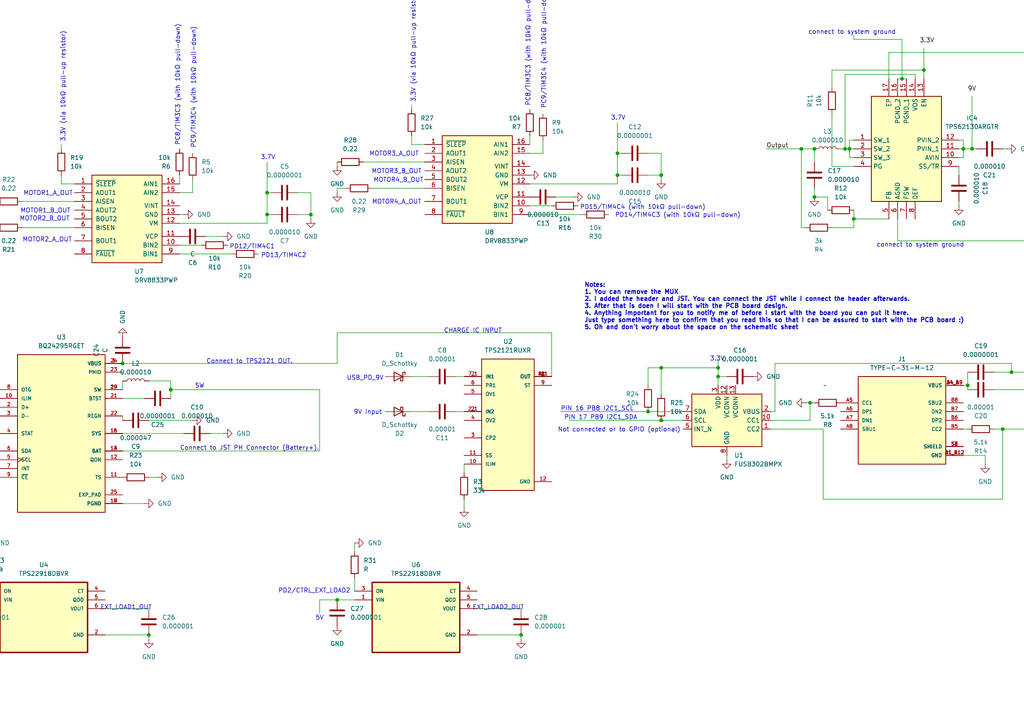
<source format=kicad_sch>
(kicad_sch (version 20250114) (generator "eeschema") (generator_version "9.0")
  (paper "A4")
  (text "MOTOR3_B_OUT" (at 115.062 49.784 0) (effects (font (size 1.27 1.27))))
  (text "Notes:\n1. You can remove the MUX\n2. I added the header and JST. You can connect the JST while I connect the header afterwards.\n3. After that is doen I will start with the PCB board design.\n4. Anything important for you to notify me of before I start with the board you can put it here.\nJust type something here to confirm that you read this so that I can be assured to start with the PCB board :)\n5. Oh and don't worry about the space on the schematic sheet" (at 169.418 88.9 0) (effects (font (size 1.27 1.27) (thickness 0.254) (bold yes)) (justify left)))
  (text "3.7V\n" (at 179.324 34.29 0) (effects (font (size 1.27 1.27))))
  (text "3.3V\n" (at 208.026 104.14 0) (effects (font (size 1.27 1.27))))
  (text " PC8/TIM3C3 (with 10kΩ pull-down)" (at 51.562 25.146 90) (effects (font (size 1.27 1.27))))
  (text "MOTOR2_B_OUT" (at 12.954 63.5 0) (effects (font (size 1.27 1.27))))
  (text "USB_PD_9V\n" (at 105.918 109.728 0) (effects (font (size 1.27 1.27))))
  (text "3.3V (via 10kΩ pull-up resistor)" (at 18.288 25.146 90) (effects (font (size 1.27 1.27))))
  (text "SPDT switch" (at 105.41 -55.118 0) (effects (font (size 1.27 1.27))))
  (text "MOTOR3_A_OUT" (at 114.3 44.704 0) (effects (font (size 1.27 1.27))))
  (text " PD2/CTRL_EXT_LOAD2" (at 90.678 171.45 0) (effects (font (size 1.27 1.27))))
  (text "MOTOR4_A_OUT" (at 115.062 58.674 0) (effects (font (size 1.27 1.27))))
  (text "PC9/TIM3C4 (with 10kΩ pull-down)" (at 157.734 13.97 90) (effects (font (size 1.27 1.27))))
  (text "PIN 17 PB9 I2C1_SDA" (at 174.244 121.158 0) (effects (font (size 1.27 1.27))))
  (text "3V3 Output circuit" (at 242.824 -56.134 0) (effects (font (size 1.27 1.27))))
  (text "9V input\n" (at 106.68 119.634 0) (effects (font (size 1.27 1.27))))
  (text "PD14/TIM4C3 (with 10kΩ pull-down)" (at 196.596 62.484 0) (effects (font (size 1.27 1.27))))
  (text "MOTOR2_A_OUT" (at 13.716 69.596 0) (effects (font (size 1.27 1.27))))
  (text "PIN 16 PB8 I2C1_SCL" (at 173.228 118.618 0) (effects (font (size 1.27 1.27))))
  (text "3.7V\n" (at 77.724 45.72 0) (effects (font (size 1.27 1.27))))
  (text "5V Output circuit" (at 166.624 -58.166 0) (effects (font (size 1.27 1.27))))
  (text "5V\n\n" (at -15.24 180.34 0) (effects (font (size 1.27 1.27))))
  (text "MOTOR1_B_OUT" (at 13.208 61.214 0) (effects (font (size 1.27 1.27))))
  (text "PD13/TIM4C2\n" (at 82.296 74.168 0) (effects (font (size 1.27 1.27))))
  (text "MOTOR4_B_OUT" (at 115.57 52.324 0) (effects (font (size 1.27 1.27))))
  (text "PD15/TIM4C4 (with 10kΩ pull-down)" (at 186.436 60.198 0) (effects (font (size 1.27 1.27))))
  (text "PB8 (I2C1_SCL)" (at -8.128 133.858 0) (effects (font (size 1.27 1.27))))
  (text "connect to system ground\n" (at 247.142 9.398 0) (effects (font (size 1.27 1.27))))
  (text "Connect to JST PH Connector (Battery+)." (at 72.39 130.048 0) (effects (font (size 1.27 1.27))))
  (text " PC8/TIM3C3 (with 10kΩ pull-down)" (at 153.162 13.716 90) (effects (font (size 1.27 1.27))))
  (text "Not connected or to GPIO (optional)" (at 179.578 124.714 0) (effects (font (size 1.27 1.27))))
  (text "PD12/TIM4C1" (at 73.152 71.628 0) (effects (font (size 1.27 1.27))))
  (text "Order of circuits:\n1. INA219\n2. Switch\n3. Voltage outputs in parallel" (at 56.388 -55.88 0) (effects (font (size 1.27 1.27)) (justify left)))
  (text "EXT_LOAD2_OUT" (at 144.526 176.276 0) (effects (font (size 1.27 1.27))))
  (text "INA219" (at 46.228 -54.356 0) (effects (font (size 1.27 1.27))))
  (text " MOTOR1_A_OUT" (at 13.462 56.134 0) (effects (font (size 1.27 1.27))))
  (text "EXT_LOAD1_OUT\n" (at 36.576 176.276 0) (effects (font (size 1.27 1.27))))
  (text "CHARGE IC INPUT\n" (at 137.16 96.012 0) (effects (font (size 1.27 1.27))))
  (text "Connect to 3.3 V to always enable charging" (at -22.352 138.938 0) (effects (font (size 1.27 1.27))))
  (text "SW \n" (at 58.42 112.014 0) (effects (font (size 1.27 1.27))))
  (text "PB9 (I2C1_SDA)" (at -8.128 130.81 0) (effects (font (size 1.27 1.27))))
  (text "PC9/TIM3C4 (with 10kΩ pull-down)" (at 56.134 25.4 90) (effects (font (size 1.27 1.27))))
  (text "connect to system ground\n" (at 266.954 71.12 0) (effects (font (size 1.27 1.27))))
  (text "PD11/CTRL_EXT_LOAD1" (at -17.272 171.45 0) (effects (font (size 1.27 1.27))))
  (text "5V\n\n" (at 92.71 180.34 0) (effects (font (size 1.27 1.27))))
  (text "3.3V (via 10kΩ pull-up resistor)" (at 119.888 13.716 90) (effects (font (size 1.27 1.27))))
  (text "Connect to TPS2121 OUT.​" (at 72.39 104.902 0) (effects (font (size 1.27 1.27))))
  (junction (at 33.02 -34.29))
  (junction (at 191.77 50.8))
  (junction (at 24.13 -45.72))
  (junction (at 35.56 105.41))
  (junction (at 245.11 43.18))
  (junction (at 290.83 124.46))
  (junction (at 236.22 57.15))
  (junction (at 91.44 -36.83))
  (junction (at 33.02 -41.91))
  (junction (at 261.62 22.86))
  (junction (at 236.22 43.18))
  (junction (at -10.16 173.99))
  (junction (at 267.97 -41.91))
  (junction (at 179.07 50.8))
  (junction (at 179.07 44.45))
  (junction (at 24.13 -35.56))
  (junction (at 307.34 124.46))
  (junction (at 182.88 -44.45))
  (junction (at 279.4 43.18))
  (junction (at 247.65 63.5))
  (junction (at 60.96 -39.37))
  (junction (at 43.18 184.15))
  (junction (at 219.71 -44.45))
  (junction (at 273.05 -41.91))
  (junction (at 137.16 -44.45))
  (junction (at 90.17 62.23))
  (junction (at 151.13 184.15))
  (junction (at 246.38 43.18))
  (junction (at 49.53 113.03))
  (junction (at 77.47 62.23))
  (junction (at 232.41 43.18))
  (junction (at 208.28 106.68))
  (junction (at 191.77 -44.45))
  (junction (at 215.9 -44.45))
  (junction (at 97.79 173.99))
  (junction (at 307.34 113.03))
  (junction (at 208.28 109.22))
  (junction (at 191.77 106.68))
  (junction (at 280.67 111.76))
  (junction (at 281.94 43.18))
  (junction (at 185.42 -44.45))
  (junction (at 293.37 107.95))
  (junction (at 137.16 -46.99))
  (junction (at 267.97 20.32))
  (junction (at 191.77 121.92))
  (junction (at 264.16 -41.91))
  (junction (at 77.47 55.88))
  (junction (at 138.43 -46.99))
  (junction (at 234.95 116.84))
  (junction (at 187.96 -44.45))
  (junction (at 187.96 119.38))
  (wire (pts (xy 137.16 -33.02) (xy 137.16 -29.21)))
  (wire (pts (xy 210.82 132.08) (xy 210.82 133.35)))
  (wire (pts (xy 264.16 -33.02) (xy 264.16 -31.75)))
  (wire (pts (xy 273.05 -45.72) (xy 273.05 -41.91)))
  (wire (pts (xy 236.22 57.15) (xy 240.03 57.15)))
  (wire (pts (xy 245.11 43.18) (xy 246.38 43.18)))
  (wire (pts (xy 233.68 66.04) (xy 232.41 66.04)))
  (wire (pts (xy 30.48 -45.72) (xy 30.48 -41.91)))
  (wire (pts (xy 119.38 39.37) (xy 119.38 41.91)))
  (wire (pts (xy -5.08 173.99) (xy -10.16 173.99)))
  (wire (pts (xy 151.13 176.53) (xy 138.43 176.53)))
  (wire (pts (xy 182.88 -44.45) (xy 182.88 -41.91)))
  (wire (pts (xy 59.69 -39.37) (xy 60.96 -39.37)))
  (wire (pts (xy 241.3 25.4) (xy 241.3 20.32)))
  (wire (pts (xy 59.69 -36.83) (xy 63.5 -36.83)))
  (wire (pts (xy 52.07 71.12) (xy 58.42 71.12)))
  (wire (pts (xy -2.54 66.04) (xy -1.27 66.04)))
  (wire (pts (xy 17.78 41.91) (xy 17.78 43.18)))
  (wire (pts (xy 279.4 124.46) (xy 280.67 124.46)))
  (wire (pts (xy 182.88 -41.91) (xy 180.34 -41.91)))
  (wire (pts (xy 137.16 -44.45) (xy 139.7 -44.45)))
  (wire (pts (xy 153.67 62.23) (xy 168.91 62.23)))
  (wire (pts (xy 281.94 27.94) (xy 281.94 43.18)))
  (wire (pts (xy 246.38 43.18) (xy 246.38 45.72)))
  (wire (pts (xy 288.29 107.95) (xy 293.37 107.95)))
  (wire (pts (xy 91.44 -36.83) (xy 91.44 -35.56)))
  (wire (pts (xy 6.35 58.42) (xy 21.59 58.42)))
  (wire (pts (xy 97.79 54.61) (xy 100.33 54.61)))
  (wire (pts (xy 91.44 -27.94) (xy 91.44 -26.67)))
  (wire (pts (xy 77.47 62.23) (xy 78.74 62.23)))
  (wire (pts (xy 87.63 -40.64) (xy 93.98 -40.64)))
  (wire (pts (xy 191.77 114.3) (xy 191.77 106.68)))
  (wire (pts (xy 179.07 35.56) (xy 179.07 44.45)))
  (wire (pts (xy 247.65 48.26) (xy 241.3 48.26)))
  (wire (pts (xy -3.81 58.42) (xy -3.81 59.69)))
  (wire (pts (xy 35.56 121.92) (xy 35.56 120.65)))
  (wire (pts (xy 97.79 105.41) (xy 97.79 96.52)))
  (wire (pts (xy 24.13 -35.56) (xy 30.48 -35.56)))
  (wire (pts (xy 134.62 147.32) (xy 134.62 144.78)))
  (wire (pts (xy 215.9 -34.29) (xy 215.9 -31.75)))
  (wire (pts (xy 187.96 50.8) (xy 191.77 50.8)))
  (wire (pts (xy 77.47 62.23) (xy 77.47 64.77)))
  (wire (pts (xy 24.13 -36.83) (xy 24.13 -35.56)))
  (wire (pts (xy -15.24 173.99) (xy -15.24 177.8)))
  (wire (pts (xy 49.53 110.49) (xy 49.53 113.03)))
  (wire (pts (xy 187.96 -44.45) (xy 191.77 -44.45)))
  (wire (pts (xy 208.28 104.14) (xy 208.28 106.68)))
  (wire (pts (xy 187.96 111.76) (xy 187.96 106.68)))
  (wire (pts (xy 102.87 157.48) (xy 102.87 160.02)))
  (wire (pts (xy 165.1 -26.67) (xy 165.1 -25.4)))
  (wire (pts (xy 153.67 39.37) (xy 153.67 41.91)))
  (wire (pts (xy 187.96 106.68) (xy 191.77 106.68)))
  (wire (pts (xy 41.91 115.57) (xy 35.56 115.57)))
  (wire (pts (xy 246.38 40.64) (xy 246.38 43.18)))
  (wire (pts (xy 90.17 62.23) (xy 90.17 63.5)))
  (wire (pts (xy 191.77 50.8) (xy 191.77 52.07)))
  (wire (pts (xy 283.21 43.18) (xy 281.94 43.18)))
  (wire (pts (xy 24.13 -45.72) (xy 24.13 -44.45)))
  (wire (pts (xy 288.29 113.03) (xy 307.34 113.03)))
  (wire (pts (xy 220.98 -41.91) (xy 220.98 -31.75)))
  (wire (pts (xy 105.41 46.99) (xy 123.19 46.99)))
  (wire (pts (xy 97.79 46.99) (xy 97.79 48.26)))
  (wire (pts (xy 137.16 -46.99) (xy 138.43 -46.99)))
  (wire (pts (xy -3.81 113.03) (xy 0 113.03)))
  (wire (pts (xy 265.43 22.86) (xy 265.43 21.59)))
  (wire (pts (xy 35.56 125.73) (xy 53.34 125.73)))
  (wire (pts (xy 41.91 146.05) (xy 35.56 146.05)))
  (wire (pts (xy 247.65 11.43) (xy 261.62 11.43)))
  (wire (pts (xy 185.42 -44.45) (xy 187.96 -44.45)))
  (wire (pts (xy 86.36 -36.83) (xy 91.44 -36.83)))
  (wire (pts (xy 257.81 15.24) (xy 297.18 15.24)))
  (wire (pts (xy 241.3 66.04) (xy 247.65 66.04)))
  (wire (pts (xy 278.13 50.8) (xy 278.13 48.26)))
  (wire (pts (xy 134.62 -46.99) (xy 137.16 -46.99)))
  (wire (pts (xy 53.34 62.23) (xy 52.07 62.23)))
  (wire (pts (xy 222.25 43.18) (xy 232.41 43.18)))
  (wire (pts (xy 280.67 107.95) (xy 280.67 111.76)))
  (wire (pts (xy 59.69 68.58) (xy 64.77 68.58)))
  (wire (pts (xy 223.52 121.92) (xy 234.95 121.92)))
  (wire (pts (xy 77.47 55.88) (xy 77.47 62.23)))
  (wire (pts (xy 92.71 113.03) (xy 92.71 130.81)))
  (wire (pts (xy 223.52 -39.37) (xy 219.71 -39.37)))
  (wire (pts (xy 261.62 -41.91) (xy 264.16 -41.91)))
  (wire (pts (xy 223.52 119.38) (xy 224.79 119.38)))
  (wire (pts (xy -5.08 167.64) (xy -5.08 171.45)))
  (wire (pts (xy 187.96 119.38) (xy 198.12 119.38)))
  (wire (pts (xy 20.32 -35.56) (xy 24.13 -35.56)))
  (wire (pts (xy 233.68 116.84) (xy 234.95 116.84)))
  (wire (pts (xy 91.44 -38.1) (xy 91.44 -36.83)))
  (wire (pts (xy 265.43 21.59) (xy 245.11 21.59)))
  (wire (pts (xy 280.67 113.03) (xy 280.67 111.76)))
  (wire (pts (xy 219.71 -39.37) (xy 219.71 -44.45)))
  (wire (pts (xy 236.22 54.61) (xy 236.22 57.15)))
  (wire (pts (xy 240.03 60.96) (xy 240.03 57.15)))
  (wire (pts (xy 264.16 -41.91) (xy 267.97 -41.91)))
  (wire (pts (xy 307.34 107.95) (xy 307.34 113.03)))
  (wire (pts (xy 97.79 54.61) (xy 97.79 55.88)))
  (wire (pts (xy 234.95 121.92) (xy 234.95 116.84)))
  (wire (pts (xy 90.17 55.88) (xy 90.17 62.23)))
  (wire (pts (xy 234.95 116.84) (xy 236.22 116.84)))
  (wire (pts (xy 137.16 -44.45) (xy 137.16 -46.99)))
  (wire (pts (xy 279.4 45.72) (xy 279.4 43.18)))
  (wire (pts (xy 191.77 44.45) (xy 187.96 44.45)))
  (wire (pts (xy 161.29 57.15) (xy 166.37 57.15)))
  (wire (pts (xy 90.17 55.88) (xy 86.36 55.88)))
  (wire (pts (xy 307.34 124.46) (xy 307.34 129.54)))
  (wire (pts (xy 60.96 -39.37) (xy 60.96 -27.94)))
  (wire (pts (xy 77.47 46.99) (xy 77.47 55.88)))
  (wire (pts (xy -8.89 125.73) (xy 0 125.73)))
  (wire (pts (xy 179.07 44.45) (xy 179.07 50.8)))
  (wire (pts (xy 6.35 66.04) (xy 21.59 66.04)))
  (wire (pts (xy 247.65 43.18) (xy 246.38 43.18)))
  (wire (pts (xy 33.02 -41.91) (xy 34.29 -41.91)))
  (wire (pts (xy 191.77 44.45) (xy 191.77 50.8)))
  (wire (pts (xy 52.07 64.77) (xy 77.47 64.77)))
  (wire (pts (xy 232.41 43.18) (xy 232.41 66.04)))
  (wire (pts (xy 119.38 30.48) (xy 119.38 31.75)))
  (wire (pts (xy 92.71 130.81) (xy 35.56 130.81)))
  (wire (pts (xy 107.95 54.61) (xy 123.19 54.61)))
  (wire (pts (xy 267.97 20.32) (xy 267.97 22.86)))
  (wire (pts (xy 60.96 -27.94) (xy 33.02 -27.94)))
  (wire (pts (xy 91.44 -43.18) (xy 91.44 -46.99)))
  (wire (pts (xy 267.97 -41.91) (xy 273.05 -41.91)))
  (wire (pts (xy 224.79 105.41) (xy 224.79 119.38)))
  (wire (pts (xy 241.3 48.26) (xy 241.3 33.02)))
  (wire (pts (xy 307.34 113.03) (xy 307.34 124.46)))
  (wire (pts (xy 33.02 -34.29) (xy 34.29 -34.29)))
  (wire (pts (xy 246.38 45.72) (xy 247.65 45.72)))
  (wire (pts (xy 297.18 69.85) (xy 260.35 69.85)))
  (wire (pts (xy 247.65 60.96) (xy 247.65 63.5)))
  (wire (pts (xy 257.81 22.86) (xy 257.81 15.24)))
  (wire (pts (xy 60.96 -41.91) (xy 60.96 -39.37)))
  (wire (pts (xy 35.56 110.49) (xy 35.56 113.03)))
  (wire (pts (xy -10.16 173.99) (xy -15.24 173.99)))
  (wire (pts (xy 132.08 119.38) (xy 134.62 119.38)))
  (wire (pts (xy 30.48 -39.37) (xy 34.29 -39.37)))
  (wire (pts (xy 151.13 184.15) (xy 151.13 185.42)))
  (wire (pts (xy 185.42 -30.48) (xy 185.42 -25.4)))
  (wire (pts (xy 24.13 -49.53) (xy 24.13 -45.72)))
  (wire (pts (xy 64.77 125.73) (xy 60.96 125.73)))
  (wire (pts (xy 92.71 173.99) (xy 92.71 177.8)))
  (wire (pts (xy 245.11 21.59) (xy 245.11 43.18)))
  (wire (pts (xy 232.41 43.18) (xy 236.22 43.18)))
  (wire (pts (xy 219.71 -44.45) (xy 223.52 -44.45)))
  (wire (pts (xy 91.44 -43.18) (xy 93.98 -43.18)))
  (wire (pts (xy 59.69 -41.91) (xy 60.96 -41.91)))
  (wire (pts (xy 290.83 124.46) (xy 307.34 124.46)))
  (wire (pts (xy 138.43 -46.99) (xy 138.43 -41.91)))
  (wire (pts (xy 153.67 53.34) (xy 179.07 53.34)))
  (wire (pts (xy 292.1 43.18) (xy 290.83 43.18)))
  (wire (pts (xy 43.18 121.92) (xy 55.88 121.92)))
  (wire (pts (xy 213.36 -44.45) (xy 215.9 -44.45)))
  (wire (pts (xy 102.87 173.99) (xy 97.79 173.99)))
  (wire (pts (xy 165.1 121.92) (xy 191.77 121.92)))
  (wire (pts (xy 134.62 137.16) (xy 134.62 134.62)))
  (wire (pts (xy 43.18 176.53) (xy 30.48 176.53)))
  (wire (pts (xy 179.07 50.8) (xy 179.07 53.34)))
  (wire (pts (xy 247.65 66.04) (xy 247.65 63.5)))
  (wire (pts (xy 35.56 105.41) (xy 97.79 105.41)))
  (wire (pts (xy 278.13 40.64) (xy 279.4 40.64)))
  (wire (pts (xy 247.65 40.64) (xy 246.38 40.64)))
  (wire (pts (xy 260.35 22.86) (xy 261.62 22.86)))
  (wire (pts (xy 261.62 22.86) (xy 262.89 22.86)))
  (wire (pts (xy 260.35 63.5) (xy 260.35 69.85)))
  (wire (pts (xy 191.77 -48.26) (xy 191.77 -44.45)))
  (wire (pts (xy 191.77 -44.45) (xy 194.31 -44.45)))
  (wire (pts (xy 138.43 -41.91) (xy 149.86 -41.91)))
  (wire (pts (xy 279.4 132.08) (xy 285.75 132.08)))
  (wire (pts (xy 119.38 41.91) (xy 123.19 41.91)))
  (wire (pts (xy 153.67 59.69) (xy 160.02 59.69)))
  (wire (pts (xy 238.76 144.78) (xy 290.83 144.78)))
  (wire (pts (xy 52.07 50.8) (xy 52.07 53.34)))
  (wire (pts (xy 162.56 119.38) (xy 187.96 119.38)))
  (wire (pts (xy 181.61 -46.99) (xy 180.34 -46.99)))
  (wire (pts (xy 236.22 43.18) (xy 236.22 46.99)))
  (wire (pts (xy 223.52 -41.91) (xy 220.98 -41.91)))
  (wire (pts (xy 185.42 -44.45) (xy 182.88 -44.45)))
  (wire (pts (xy 208.28 109.22) (xy 208.28 111.76)))
  (wire (pts (xy 285.75 132.08) (xy 285.75 134.62)))
  (wire (pts (xy 59.69 -34.29) (xy 62.23 -34.29)))
  (wire (pts (xy 43.18 184.15) (xy 43.18 185.42)))
  (wire (pts (xy 273.05 -41.91) (xy 275.59 -41.91)))
  (wire (pts (xy 181.61 -50.8) (xy 181.61 -46.99)))
  (wire (pts (xy 119.38 119.38) (xy 124.46 119.38)))
  (wire (pts (xy 62.23 -34.29) (xy 62.23 -33.02)))
  (wire (pts (xy 24.13 -45.72) (xy 30.48 -45.72)))
  (wire (pts (xy 279.4 111.76) (xy 280.67 111.76)))
  (wire (pts (xy 290.83 124.46) (xy 290.83 144.78)))
  (wire (pts (xy 160.02 96.52) (xy 160.02 109.22)))
  (wire (pts (xy 17.78 53.34) (xy 21.59 53.34)))
  (wire (pts (xy 247.65 10.16) (xy 247.65 11.43)))
  (wire (pts (xy 191.77 106.68) (xy 208.28 106.68)))
  (wire (pts (xy 92.71 113.03) (xy 49.53 113.03)))
  (wire (pts (xy 33.02 -34.29) (xy 33.02 -27.94)))
  (wire (pts (xy 288.29 124.46) (xy 290.83 124.46)))
  (wire (pts (xy 278.13 45.72) (xy 279.4 45.72)))
  (wire (pts (xy 45.72 138.43) (xy 43.18 138.43)))
  (wire (pts (xy 49.53 113.03) (xy 49.53 115.57)))
  (wire (pts (xy 223.52 124.46) (xy 238.76 124.46)))
  (wire (pts (xy 119.38 109.22) (xy 124.46 109.22)))
  (wire (pts (xy 267.97 13.97) (xy 267.97 20.32)))
  (wire (pts (xy 149.86 -44.45) (xy 147.32 -44.45)))
  (wire (pts (xy 247.65 63.5) (xy 257.81 63.5)))
  (wire (pts (xy 224.79 105.41) (xy 293.37 105.41)))
  (wire (pts (xy 208.28 106.68) (xy 208.28 109.22)))
  (wire (pts (xy 33.02 -41.91) (xy 33.02 -34.29)))
  (wire (pts (xy 24.13 -35.56) (xy 24.13 -33.02)))
  (wire (pts (xy 20.32 -45.72) (xy 24.13 -45.72)))
  (wire (pts (xy 134.62 109.22) (xy 132.08 109.22)))
  (wire (pts (xy 30.48 184.15) (xy 43.18 184.15)))
  (wire (pts (xy 179.07 50.8) (xy 180.34 50.8)))
  (wire (pts (xy 243.84 43.18) (xy 245.11 43.18)))
  (wire (pts (xy 62.23 -33.02) (xy 63.5 -33.02)))
  (wire (pts (xy 157.48 44.45) (xy 157.48 40.64)))
  (wire (pts (xy 31.75 -36.83) (xy 31.75 -26.67)))
  (wire (pts (xy 77.47 55.88) (xy 78.74 55.88)))
  (wire (pts (xy -5.08 157.48) (xy -5.08 160.02)))
  (wire (pts (xy 30.48 -41.91) (xy 33.02 -41.91)))
  (wire (pts (xy 179.07 44.45) (xy 180.34 44.45)))
  (wire (pts (xy 264.16 -41.91) (xy 264.16 -40.64)))
  (wire (pts (xy 97.79 96.52) (xy 160.02 96.52)))
  (wire (pts (xy 86.36 62.23) (xy 90.17 62.23)))
  (wire (pts (xy 281.94 43.18) (xy 279.4 43.18)))
  (wire (pts (xy -2.54 66.04) (xy -2.54 67.31)))
  (wire (pts (xy -3.81 58.42) (xy -1.27 58.42)))
  (wire (pts (xy 97.79 173.99) (xy 92.71 173.99)))
  (wire (pts (xy 238.76 124.46) (xy 238.76 144.78)))
  (wire (pts (xy 293.37 107.95) (xy 307.34 107.95)))
  (wire (pts (xy 138.43 184.15) (xy 151.13 184.15)))
  (wire (pts (xy 17.78 50.8) (xy 17.78 53.34)))
  (wire (pts (xy 138.43 -46.99) (xy 149.86 -46.99)))
  (wire (pts (xy 278.13 59.69) (xy 278.13 58.42)))
  (wire (pts (xy 91.44 -38.1) (xy 93.98 -38.1)))
  (wire (pts (xy 191.77 121.92) (xy 198.12 121.92)))
  (wire (pts (xy 55.88 55.88) (xy 55.88 52.07)))
  (wire (pts (xy 49.53 110.49) (xy 43.18 110.49)))
  (wire (pts (xy 30.48 -35.56) (xy 30.48 -39.37)))
  (wire (pts (xy 137.16 -44.45) (xy 137.16 -40.64)))
  (wire (pts (xy 153.67 44.45) (xy 157.48 44.45)))
  (wire (pts (xy 185.42 -44.45) (xy 185.42 -38.1)))
  (wire (pts (xy 279.4 43.18) (xy 278.13 43.18)))
  (wire (pts (xy 52.07 73.66) (xy 67.31 73.66)))
  (wire (pts (xy 279.4 40.64) (xy 279.4 43.18)))
  (wire (pts (xy 182.88 -44.45) (xy 180.34 -44.45)))
  (wire (pts (xy 102.87 167.64) (xy 102.87 171.45)))
  (wire (pts (xy 210.82 109.22) (xy 208.28 109.22)))
  (wire (pts (xy 261.62 11.43) (xy 261.62 22.86)))
  (wire (pts (xy 297.18 15.24) (xy 297.18 69.85)))
  (wire (pts (xy 241.3 20.32) (xy 267.97 20.32)))
  (wire (pts (xy 215.9 -44.45) (xy 219.71 -44.45)))
  (wire (pts (xy 34.29 -36.83) (xy 31.75 -36.83)))
  (wire (pts (xy 52.07 55.88) (xy 55.88 55.88)))
  (wire (pts (xy 215.9 -44.45) (xy 215.9 -41.91)))
  (wire (pts (xy 293.37 105.41) (xy 293.37 107.95)))
  (label "Output" (at 222.25 43.18 0))
  (label "3.3V" (at 266.7 12.7 0))
  (label "9V" (at 280.67 26.67 0))
  (global_label "PIN 16" (shape input) (at 63.5 -33.02 0) (property "Intersheetrefs" "${INTERSHEET_REFS}" (effects (hide yes))))
  (global_label "V(LOAD)" (shape input) (at 87.63 -40.64 180) (property "Intersheetrefs" "${INTERSHEET_REFS}" (effects (hide yes))))
  (global_label "V(ON)" (shape input) (at 213.36 -44.45 180) (property "Intersheetrefs" "${INTERSHEET_REFS}" (effects (hide yes))))
  (global_label "PIN 18" (shape output) (at 275.59 -41.91 0) (property "Intersheetrefs" "${INTERSHEET_REFS}" (effects (hide yes))))
  (global_label "5V out" (shape output) (at 191.77 -48.26 90) (property "Intersheetrefs" "${INTERSHEET_REFS}" (effects (hide yes))))
  (global_label "PIN 20" (shape output) (at 194.31 -44.45 0) (property "Intersheetrefs" "${INTERSHEET_REFS}" (effects (hide yes))))
  (global_label "V(ON)" (shape output) (at 91.44 -46.99 90) (property "Intersheetrefs" "${INTERSHEET_REFS}" (effects (hide yes))))
  (global_label "PIN 17" (shape input) (at 63.5 -36.83 0) (property "Intersheetrefs" "${INTERSHEET_REFS}" (effects (hide yes))))
  (global_label "Vbattery" (shape input) (at 24.13 -49.53 0) (property "Intersheetrefs" "${INTERSHEET_REFS}" (effects (hide yes))))
  (global_label "V(ON)" (shape input) (at 134.62 -46.99 180) (property "Intersheetrefs" "${INTERSHEET_REFS}" (effects (hide yes))))
  (global_label "3.3V out" (shape output) (at 273.05 -45.72 90) (property "Intersheetrefs" "${INTERSHEET_REFS}" (effects (hide yes))))
  (global_label "V(LOAD)" (shape output) (at 24.13 -33.02 270) (property "Intersheetrefs" "${INTERSHEET_REFS}" (effects (hide yes))))
  (symbol (lib_id "Device:R") (at -5.08 163.83 0) (unit 1)
    (property "Reference" "R13" (at -2.54 162.5599 0) (effects (justify left)))
    (property "Value" "10k" (at -2.54 165.0999 0) (effects (justify left)))
    (property "Description" "Resistor" (effects (hide yes)))
  )
  (symbol (lib_id "Device:R") (at -12.7 125.73 90) (unit 1)
    (property "Reference" "R15" (at -12.7 119.38 90))
    (property "Value" "R" (at -12.7 121.92 90))
    (property "Description" "Resistor" (effects (hide yes)))
  )
  (symbol (lib_id "Device:R") (at 240.03 116.84 270) (mirror x) (unit 1)
    (property "Reference" "R8" (at 240.03 123.19 90))
    (property "Value" "5.1k" (at 240.03 120.65 90))
    (property "Description" "Resistor" (effects (hide yes)))
  )
  (symbol (lib_id "Device:C") (at 287.02 43.18 270) (mirror x) (unit 1)
    (property "Reference" "C21" (at 287.02 50.8 90))
    (property "Value" "0.000010" (at 287.02 48.26 90))
    (property "Description" "Unpolarized capacitor" (effects (hide yes)))
  )
  (symbol (lib_id "power:GND") (at 45.72 138.43 90) (unit 1)
    (property "Reference" "#PWR023" (effects (hide yes)))
    (property "Value" "GND" (at 49.53 138.4299 90) (effects (justify right)))
    (property "Description" "Power symbol creates a global label with name \"GND\" , ground" (effects (hide yes)))
  )
  (symbol (lib_id "Connector_Generic:Conn_02x16_Odd_Even") (at 309.88 -30.48 0) (unit 1)
    (property "Reference" "J2" (at 311.15 -53.34 0))
    (property "Value" "Conn_02x16_Odd_Even" (at 311.15 -50.8 0))
    (property "Description" "Generic connector, double row, 02x16, odd/even pin numbering scheme (row 1 odd numbers, row 2 even numbers), script generated (kicad-library-utils/schlib/autogen/connector/)" (effects (hide yes)))
  )
  (symbol (lib_id "Connector:TestPoint") (at 20.32 -45.72 90) (unit 1)
    (property "Reference" "TP4" (at 17.018 -50.8 90))
    (property "Value" "TestPoint" (at 17.018 -48.26 90))
    (property "Footprint" "TestPoint:TestPoint_Bridge_Pitch2.0mm_Drill0.7mm" (effects (hide yes)))
    (property "Description" "test point" (effects (hide yes)))
  )
  (symbol (lib_id "Device:C") (at -10.16 177.8 180) (unit 1)
    (property "Reference" "C14" (at -6.35 176.5299 0) (effects (justify right)))
    (property "Value" "0.000001" (at -6.35 179.0699 0) (effects (justify right)))
    (property "Description" "Unpolarized capacitor" (effects (hide yes)))
  )
  (symbol (lib_name "DRV8833PWP_2") (lib_id "Driver_Motor:DRV8833PWP") (at 36.83 63.5 0) (unit 1)
    (property "Reference" "U7" (at 38.9733 78.74 0) (effects (justify left)))
    (property "Value" "DRV8833PWP" (at 38.9733 81.28 0) (effects (justify left)))
    (property "Footprint" "Package_SO:HTSSOP-16-1EP_4.4x5mm_P0.65mm_EP3.4x5mm_Mask2.46x2.31mm_ThermalVias" (effects (hide yes)))
    (property "Datasheet" "http://www.ti.com/lit/ds/symlink/drv8833.pdf" (effects (hide yes)))
    (property "Description" "Dual H-Bridge Motor Driver, HTSSOP-16" (effects (hide yes)))
  )
  (symbol (lib_id "TPS61240DRVR_jlc:TPS61240DRVR") (at 180.34 -46.99 0) (mirror y) (unit 1)
    (property "Reference" "IC2" (at 165.1 -54.61 0))
    (property "Value" "TPS61240DRVR" (at 165.1 -52.07 0))
    (property "Footprint" "TPS61240DRVR_jlc:SON65P200X200X80-7N" (effects (hide yes)))
    (property "Datasheet" "http://www.ti.com/lit/ds/symlink/tps61240.pdf" (effects (hide yes)))
    (property "Description" "Conv DC-DC 2.3V to 5.5V Step Up Single-Out 5V 0.45A 6-Pin WSON EP T/R" (effects (hide yes)))
    (property "Height" "0.8" (effects (hide yes)))
    (property "Manufacturer_Name" "Texas Instruments" (effects (hide yes)))
    (property "Manufacturer_Part_Number" "TPS61240DRVR" (effects (hide yes)))
    (property "Mouser Part Number" "595-TPS61240DRVR" (effects (hide yes)))
    (property "Mouser Price/Stock" "https://www.mouser.co.uk/ProductDetail/Texas-Instruments/TPS61240DRVR?qs=AFkNxQkJKAL5qlClR9nbgA%3D%3D" (effects (hide yes)))
    (property "Arrow Part Number" "TPS61240DRVR" (effects (hide yes)))
    (property "Arrow Price/Stock" "https://www.arrow.com/en/products/tps61240drvr/texas-instruments?region=nac" (effects (hide yes)))
  )
  (symbol (lib_id "Device:R") (at 284.48 124.46 90) (mirror x) (unit 1)
    (property "Reference" "R14" (at 284.48 130.81 90))
    (property "Value" "5.1k" (at 284.48 128.27 90))
    (property "Description" "Resistor" (effects (hide yes)))
  )
  (symbol (lib_id "power:GND") (at 97.79 48.26 0) (unit 1)
    (property "Reference" "#PWR026" (effects (hide yes)))
    (property "Value" "GND" (at 97.79 53.34 0))
    (property "Description" "Power symbol creates a global label with name \"GND\" , ground" (effects (hide yes)))
  )
  (symbol (lib_id "Device:R") (at 172.72 62.23 90) (mirror x) (unit 1)
    (property "Reference" "R30" (at 172.72 68.58 90))
    (property "Value" "10k" (at 172.72 66.04 90))
    (property "Description" "Resistor" (effects (hide yes)))
  )
  (symbol (lib_id "Device:C") (at 184.15 44.45 270) (unit 1)
    (property "Reference" "C12" (at 184.15 36.83 90))
    (property "Value" "0.0000001" (at 184.15 39.37 90))
    (property "Description" "Unpolarized capacitor" (effects (hide yes)))
  )
  (symbol (lib_id "power:GND") (at 97.79 181.61 0) (unit 1)
    (property "Reference" "#PWR034" (effects (hide yes)))
    (property "Value" "GND" (at 97.79 186.69 0))
    (property "Description" "Power symbol creates a global label with name \"GND\" , ground" (effects (hide yes)))
  )
  (symbol (lib_id "Device:C") (at 157.48 57.15 270) (mirror x) (unit 1)
    (property "Reference" "C13" (at 157.48 64.77 90))
    (property "Value" "0.000010" (at 157.48 62.23 90))
    (property "Description" "Unpolarized capacitor" (effects (hide yes)))
  )
  (symbol (lib_id "power:GND") (at 151.13 185.42 0) (unit 1)
    (property "Reference" "#PWR036" (effects (hide yes)))
    (property "Value" "GND" (at 151.13 190.5 0))
    (property "Description" "Power symbol creates a global label with name \"GND\" , ground" (effects (hide yes)))
  )
  (symbol (lib_id "TPS22918DBVR:TPS22918DBVR") (at 12.7 179.07 0) (unit 1)
    (property "Reference" "U4" (at 12.7 163.83 0))
    (property "Value" "TPS22918DBVR" (at 12.7 166.37 0))
    (property "Footprint" "TPS22918DBVR:SOT95P280X145-6N" (effects (hide yes)))
    (property "MF" "Texas Instruments" (effects (hide yes)))
    (property "Description_1" "5.5-V, 2-A, 52-mΩ load switch with adj. rise time and adj. output discharge" (effects (hide yes)))
    (property "Package" "SOT-23-6 Texas Instruments" (effects (hide yes)))
    (property "Price" "None" (effects (hide yes)))
    (property "SnapEDA_Link" "https://www.snapeda.com/parts/TPS22918DBVR/Texas+Instruments/view-part/?ref=snap" (effects (hide yes)))
    (property "MP" "TPS22918DBVR" (effects (hide yes)))
    (property "Availability" "In Stock" (effects (hide yes)))
    (property "Check_prices" "https://www.snapeda.com/parts/TPS22918DBVR/Texas+Instruments/view-part/?ref=eda" (effects (hide yes)))
  )
  (symbol (lib_id "Device:R_US") (at 91.44 -31.75 0) (unit 1)
    (property "Reference" "R2" (at 97.79 -31.75 90))
    (property "Value" "150 kR" (at 95.25 -31.75 90))
    (property "Footprint" "Resistor_SMD:R_0603_1608Metric_Pad0.98x0.95mm_HandSolder" (effects (hide yes)))
    (property "Description" "Resistor, US symbol" (effects (hide yes)))
  )
  (symbol (lib_id "power:GND") (at 264.16 -31.75 0) (unit 1)
    (property "Reference" "#PWR09" (effects (hide yes)))
    (property "Value" "GND" (at 264.16 -26.67 0))
    (property "Description" "Power symbol creates a global label with name \"GND\" , ground" (effects (hide yes)))
  )
  (symbol (lib_id "Device:C") (at 82.55 55.88 270) (unit 1)
    (property "Reference" "C5" (at 82.55 48.26 90))
    (property "Value" "0.0000001" (at 82.55 50.8 90))
    (property "Description" "Unpolarized capacitor" (effects (hide yes)))
  )
  (symbol (lib_id "power:GND") (at 137.16 -29.21 0) (unit 1)
    (property "Reference" "#PWR03" (effects (hide yes)))
    (property "Value" "GND" (at 137.16 -24.13 0))
    (property "Description" "Power symbol creates a global label with name \"GND\" , ground" (effects (hide yes)))
  )
  (symbol (lib_id "power:GND") (at 292.1 43.18 90) (unit 1)
    (property "Reference" "#PWR039" (effects (hide yes)))
    (property "Value" "GND" (at 295.91 43.1799 90) (effects (justify right)))
    (property "Description" "Power symbol creates a global label with name \"GND\" , ground" (effects (hide yes)))
  )
  (symbol (lib_id "power:GND") (at 191.77 52.07 0) (unit 1)
    (property "Reference" "#PWR015" (effects (hide yes)))
    (property "Value" "GND" (at 191.77 57.15 0))
    (property "Description" "Power symbol creates a global label with name \"GND\" , ground" (effects (hide yes)))
  )
  (symbol (lib_id "SS-12D11G3R_jlc:SS-12D11G3R") (at 93.98 -43.18 0) (unit 1)
    (property "Reference" "S1" (at 105.41 -50.8 0))
    (property "Value" "SS-12D11G3R" (at 105.41 -48.26 0))
    (property "Footprint" "SS-12D11G3R_jlc:SS12D11G3R" (effects (hide yes)))
    (property "Datasheet" "http://www.helloxkb.com/public/images/pdf/SS-12D11XXX.pdf" (effects (hide yes)))
    (property "Description" "Bend-in 3A Single Pole Double Throw (SPDT) 125V Black 10,000 times Plugin Slide Switches ROHS , -40~+85" (effects (hide yes)))
    (property "Height" "6.9" (effects (hide yes)))
    (property "Manufacturer_Name" "XKB Connectivity" (effects (hide yes)))
    (property "Manufacturer_Part_Number" "SS-12D11G3R" (effects (hide yes)))
  )
  (symbol (lib_id "power:GND") (at 35.56 97.79 180) (unit 1)
    (property "Reference" "#PWR031" (effects (hide yes)))
    (property "Value" "GND" (at 35.5599 93.98 90) (effects (justify right)))
    (property "Description" "Power symbol creates a global label with name \"GND\" , ground" (effects (hide yes)))
  )
  (symbol (lib_id "power:GND") (at 41.91 146.05 90) (unit 1)
    (property "Reference" "#PWR029" (effects (hide yes)))
    (property "Value" "GND" (at 45.72 146.0499 90) (effects (justify right)))
    (property "Description" "Power symbol creates a global label with name \"GND\" , ground" (effects (hide yes)))
  )
  (symbol (lib_id "Connector:TestPoint") (at 267.97 -41.91 0) (mirror x) (unit 1)
    (property "Reference" "TP2" (at 270.51 -37.3379 0) (effects (justify left)))
    (property "Value" "TestPoint" (at 270.51 -39.8779 0) (effects (justify left)))
    (property "Footprint" "TestPoint:TestPoint_Bridge_Pitch2.0mm_Drill0.7mm" (effects (hide yes)))
    (property "Description" "test point" (effects (hide yes)))
  )
  (symbol (lib_id "Device:L") (at 240.03 43.18 90) (unit 1)
    (property "Reference" "L3" (at 240.03 38.1 90))
    (property "Value" "0.000010" (at 240.03 40.64 90))
    (property "Description" "Inductor" (effects (hide yes)))
  )
  (symbol (lib_id "Device:R") (at 104.14 54.61 90) (mirror x) (unit 1)
    (property "Reference" "R29" (at 104.14 60.96 90))
    (property "Value" "0.22" (at 104.14 58.42 90))
    (property "Description" "Resistor" (effects (hide yes)))
  )
  (symbol (lib_id "Device:C") (at 128.27 119.38 90) (mirror x) (unit 1)
    (property "Reference" "C11" (at 128.27 127 90))
    (property "Value" "0.00001" (at 128.27 124.46 90))
    (property "Description" "Unpolarized capacitor" (effects (hide yes)))
  )
  (symbol (lib_id "BQ24295RGET:BQ24295RGET") (at 17.78 125.73 0) (unit 1)
    (property "Reference" "U3" (at 17.78 97.79 0))
    (property "Value" "BQ24295RGET" (at 17.78 100.33 0))
    (property "Footprint" "BQ24295RGET:QFN50P400X400X100-25N" (effects (hide yes)))
    (property "MF" "Texas Instruments" (effects (hide yes)))
    (property "SNAPEDA_PACKAGE_ID" "102760" (effects (hide yes)))
    (property "Package" "VQFN-24 Texas Instruments" (effects (hide yes)))
    (property "Price" "None" (effects (hide yes)))
    (property "Check_prices" "https://www.snapeda.com/parts/BQ24295RGET/Texas+Instruments/view-part/?ref=eda" (effects (hide yes)))
    (property "STANDARD" "Manufacturer Recommendations" (effects (hide yes)))
    (property "PARTREV" "B" (effects (hide yes)))
    (property "SnapEDA_Link" "https://www.snapeda.com/parts/BQ24295RGET/Texas+Instruments/view-part/?ref=snap" (effects (hide yes)))
    (property "MP" "BQ24295RGET" (effects (hide yes)))
    (property "Description_1" "I2C controlled 1-cell, 3-A battery charger with USB, adjustable voltage, and 1.5A OTG" (effects (hide yes)))
    (property "MANUFACTURER" "Texas Instruments" (effects (hide yes)))
    (property "Availability" "In Stock" (effects (hide yes)))
    (property "MAXIMUM_PACKAGE_HEIGHT" "1 mm" (effects (hide yes)))
  )
  (symbol (lib_id "power:GND") (at -3.81 113.03 270) (unit 1)
    (property "Reference" "#PWR016" (effects (hide yes)))
    (property "Value" "GND" (at -7.62 113.0299 90) (effects (justify right)))
    (property "Description" "Power symbol creates a global label with name \"GND\" , ground" (effects (hide yes)))
  )
  (symbol (lib_id "TPS22918DBVR:TPS22918DBVR") (at 120.65 179.07 0) (unit 1)
    (property "Reference" "U6" (at 120.65 163.83 0))
    (property "Value" "TPS22918DBVR" (at 120.65 166.37 0))
    (property "Footprint" "TPS22918DBVR:SOT95P280X145-6N" (effects (hide yes)))
    (property "MF" "Texas Instruments" (effects (hide yes)))
    (property "Description_1" "5.5-V, 2-A, 52-mΩ load switch with adj. rise time and adj. output discharge" (effects (hide yes)))
    (property "Package" "SOT-23-6 Texas Instruments" (effects (hide yes)))
    (property "Price" "None" (effects (hide yes)))
    (property "SnapEDA_Link" "https://www.snapeda.com/parts/TPS22918DBVR/Texas+Instruments/view-part/?ref=snap" (effects (hide yes)))
    (property "MP" "TPS22918DBVR" (effects (hide yes)))
    (property "Availability" "In Stock" (effects (hide yes)))
    (property "Check_prices" "https://www.snapeda.com/parts/TPS22918DBVR/Texas+Instruments/view-part/?ref=eda" (effects (hide yes)))
  )
  (symbol (lib_id "power:GND") (at 181.61 -50.8 0) (mirror x) (unit 1)
    (property "Reference" "#PWR05" (effects (hide yes)))
    (property "Value" "GND" (at 181.61 -55.88 0))
    (property "Description" "Power symbol creates a global label with name \"GND\" , ground" (effects (hide yes)))
  )
  (symbol (lib_id "Device:C") (at 284.48 113.03 270) (mirror x) (unit 1)
    (property "Reference" "C20" (at 284.48 120.65 90))
    (property "Value" "0.00001" (at 284.48 118.11 90))
    (property "Description" "Unpolarized capacitor" (effects (hide yes)))
  )
  (symbol (lib_id "Device:C") (at 43.18 180.34 0) (unit 1)
    (property "Reference" "C26" (at 46.99 179.0699 0) (effects (justify left)))
    (property "Value" "0.000001" (at 46.99 181.6099 0) (effects (justify left)))
    (property "Description" "Unpolarized capacitor" (effects (hide yes)))
  )
  (symbol (lib_id "power:GND") (at 90.17 63.5 0) (unit 1)
    (property "Reference" "#PWR011" (effects (hide yes)))
    (property "Value" "GND" (at 90.17 68.58 0))
    (property "Description" "Power symbol creates a global label with name \"GND\" , ground" (effects (hide yes)))
  )
  (symbol (lib_id "power:GND") (at 97.79 55.88 0) (unit 1)
    (property "Reference" "#PWR027" (effects (hide yes)))
    (property "Value" "GND" (at 97.79 60.96 0))
    (property "Description" "Power symbol creates a global label with name \"GND\" , ground" (effects (hide yes)))
  )
  (symbol (lib_id "power:GND") (at 53.34 62.23 90) (unit 1)
    (property "Reference" "#PWR010" (effects (hide yes)))
    (property "Value" "GND" (at 57.15 62.2299 90) (effects (justify right)))
    (property "Description" "Power symbol creates a global label with name \"GND\" , ground" (effects (hide yes)))
  )
  (symbol (lib_id "power:GND") (at 102.87 157.48 90) (unit 1)
    (property "Reference" "#PWR035" (effects (hide yes)))
    (property "Value" "GND" (at 106.68 157.4799 90) (effects (justify right)))
    (property "Description" "Power symbol creates a global label with name \"GND\" , ground" (effects (hide yes)))
  )
  (symbol (lib_id "Device:R") (at 55.88 48.26 0) (unit 1)
    (property "Reference" "R5" (at 58.42 46.9899 0) (effects (justify left)))
    (property "Value" "10k" (at 58.42 49.5299 0) (effects (justify left)))
    (property "Description" "Resistor" (effects (hide yes)))
  )
  (symbol (lib_id "power:GND") (at 64.77 68.58 90) (unit 1)
    (property "Reference" "#PWR014" (effects (hide yes)))
    (property "Value" "GND" (at 68.58 68.5799 90) (effects (justify right)))
    (property "Description" "Power symbol creates a global label with name \"GND\" , ground" (effects (hide yes)))
  )
  (symbol (lib_id "Device:C") (at 278.13 54.61 0) (mirror y) (unit 1)
    (property "Reference" "C18" (at 285.75 54.61 90))
    (property "Value" "0.000010" (at 283.21 54.61 90))
    (property "Description" "Unpolarized capacitor" (effects (hide yes)))
  )
  (symbol (lib_id "TPS22918 IC:TPS22918DBVR") (at 237.49 110.49 0) (unit 1)
    (property "Reference" "U5" (effects (hide yes)))
    (property "Value" "~" (at 238.76 111.76 0) (effects (justify left)))
  )
  (symbol (lib_id "Device:C") (at 82.55 62.23 90) (mirror x) (unit 1)
    (property "Reference" "C7" (at 82.55 69.85 90))
    (property "Value" "0.000010" (at 82.55 67.31 90))
    (property "Description" "Unpolarized capacitor" (effects (hide yes)))
  )
  (symbol (lib_id "Connector:TestPoint") (at 20.32 -35.56 90) (mirror x) (unit 1)
    (property "Reference" "TP5" (at 17.018 -30.48 90))
    (property "Value" "TestPoint" (at 17.018 -33.02 90))
    (property "Footprint" "TestPoint:TestPoint_Bridge_Pitch2.0mm_Drill0.7mm" (effects (hide yes)))
    (property "Description" "test point" (effects (hide yes)))
  )
  (symbol (lib_id "power:GND") (at 166.37 57.15 90) (unit 1)
    (property "Reference" "#PWR028" (effects (hide yes)))
    (property "Value" "GND" (at 170.18 57.1499 90) (effects (justify right)))
    (property "Description" "Power symbol creates a global label with name \"GND\" , ground" (effects (hide yes)))
  )
  (symbol (lib_id "Device:R") (at 163.83 59.69 90) (mirror x) (unit 1)
    (property "Reference" "R16" (at 163.83 66.04 90))
    (property "Value" "10k" (at 163.83 63.5 90))
    (property "Description" "Resistor" (effects (hide yes)))
  )
  (symbol (lib_id "power:GND") (at 218.44 109.22 90) (mirror x) (unit 1)
    (property "Reference" "#PWR019" (effects (hide yes)))
    (property "Value" "GND" (at 222.25 109.2199 90) (effects (justify right)))
    (property "Description" "Power symbol creates a global label with name \"GND\" , ground" (effects (hide yes)))
  )
  (symbol (lib_id "power:GND") (at -5.08 157.48 90) (unit 1)
    (property "Reference" "#PWR033" (effects (hide yes)))
    (property "Value" "GND" (at -1.27 157.4799 90) (effects (justify right)))
    (property "Description" "Power symbol creates a global label with name \"GND\" , ground" (effects (hide yes)))
  )
  (symbol (lib_id "Device:R") (at 134.62 140.97 0) (unit 1)
    (property "Reference" "R3" (at 137.16 139.6999 0) (effects (justify left)))
    (property "Value" "33k" (at 137.16 142.2399 0) (effects (justify left)))
    (property "Description" "Resistor" (effects (hide yes)))
  )
  (symbol (lib_id "Device:R") (at 243.84 60.96 270) (mirror x) (unit 1)
    (property "Reference" "R12" (at 243.84 54.61 90))
    (property "Value" "10k" (at 243.84 57.15 90))
    (property "Description" "Resistor" (effects (hide yes)))
  )
  (symbol (lib_id "power:GND") (at 215.9 -31.75 0) (unit 1)
    (property "Reference" "#PWR07" (effects (hide yes)))
    (property "Value" "GND" (at 215.9 -26.67 0))
    (property "Description" "Power symbol creates a global label with name \"GND\" , ground" (effects (hide yes)))
  )
  (symbol (lib_id "Device:C") (at 214.63 109.22 270) (mirror x) (unit 1)
    (property "Reference" "C16" (at 214.63 101.6 90))
    (property "Value" "0.0000001" (at 214.63 104.14 90))
    (property "Description" "Unpolarized capacitor" (effects (hide yes)))
  )
  (symbol (lib_id "Device:R") (at 191.77 118.11 180) (unit 1)
    (property "Reference" "R25" (at 194.31 116.8399 0) (effects (justify right)))
    (property "Value" "10k" (at 194.31 119.3799 0) (effects (justify right)))
    (property "Description" "Resistor" (effects (hide yes)))
  )
  (symbol (lib_id "power:GND") (at 210.82 133.35 0) (unit 1)
    (property "Reference" "#PWR017" (effects (hide yes)))
    (property "Value" "GND" (at 210.82 138.43 0))
    (property "Description" "Power symbol creates a global label with name \"GND\" , ground" (effects (hide yes)))
  )
  (symbol (lib_id "Device:L") (at 39.37 110.49 90) (unit 1)
    (property "Reference" "L2" (at 39.37 105.41 90))
    (property "Value" "0.000010" (at 39.37 107.95 90))
    (property "Description" "Inductor" (effects (hide yes)))
  )
  (symbol (lib_id "INA219AIDCNR_jlc:INA219AIDCNR") (at 34.29 -41.91 0) (unit 1)
    (property "Reference" "IC1" (at 46.99 -49.53 0))
    (property "Value" "INA219AIDCNR" (at 46.99 -46.99 0))
    (property "Footprint" "INA219AIDCNR_jlc:SOP65P280X145-8N" (effects (hide yes)))
    (property "Datasheet" "https://componentsearchengine.com/Datasheets/2/INA219AIDCNR.pdf" (effects (hide yes)))
    (property "Description" "TEXAS INSTRUMENTS - INA219AIDCNR - CURRENT/POWER MONITOR, SOT-23-8, FULL REEL" (effects (hide yes)))
    (property "Height" "1.45" (effects (hide yes)))
    (property "Manufacturer_Name" "Texas Instruments" (effects (hide yes)))
    (property "Manufacturer_Part_Number" "INA219AIDCNR" (effects (hide yes)))
    (property "Mouser Part Number" "595-INA219AIDCNR" (effects (hide yes)))
    (property "Mouser Price/Stock" "https://www.mouser.co.uk/ProductDetail/Texas-Instruments/INA219AIDCNR?qs=NNt36bEIu0tiHc879dL2eg%3D%3D" (effects (hide yes)))
    (property "Arrow Part Number" "INA219AIDCNR" (effects (hide yes)))
    (property "Arrow Price/Stock" "https://www.arrow.com/en/products/ina219aidcnr/texas-instruments?utm_currency=USD&region=nac" (effects (hide yes)))
  )
  (symbol (lib_id "TPS2121RUXR:TPS2121RUXR") (at 147.32 124.46 0) (unit 1)
    (property "Reference" "U2" (at 147.32 99.06 0))
    (property "Value" "TPS2121RUXR" (at 147.32 101.6 0))
    (property "Footprint" "TPS2121RUXR:IC_TPS2121RUXR" (effects (hide yes)))
    (property "MF" "Texas Instruments" (effects (hide yes)))
    (property "Description_1" "2.7-V to 22-V, 56-mΩ, 4.5-A, power mux with seamless switchover" (effects (hide yes)))
    (property "Package" "VQFN-HR-12 Texas Instruments" (effects (hide yes)))
    (property "Price" "None" (effects (hide yes)))
    (property "Check_prices" "https://www.snapeda.com/parts/TPS2121RUXR/Texas+Instruments/view-part/?ref=eda" (effects (hide yes)))
    (property "STANDARD" "Manufacturer Recommendations" (effects (hide yes)))
    (property "SnapEDA_Link" "https://www.snapeda.com/parts/TPS2121RUXR/Texas+Instruments/view-part/?ref=snap" (effects (hide yes)))
    (property "MP" "TPS2121RUXR" (effects (hide yes)))
    (property "Availability" "In Stock" (effects (hide yes)))
    (property "MANUFACTURER" "TEXAS INSTRUMENTS" (effects (hide yes)))
  )
  (symbol (lib_id "power:GND") (at 285.75 134.62 0) (unit 1)
    (property "Reference" "#PWR038" (effects (hide yes)))
    (property "Value" "GND" (at 285.75 139.7 0))
    (property "Description" "Power symbol creates a global label with name \"GND\" , ground" (effects (hide yes)))
  )
  (symbol (lib_id "power:GND") (at 220.98 -31.75 0) (unit 1)
    (property "Reference" "#PWR08" (effects (hide yes)))
    (property "Value" "GND" (at 220.98 -26.67 0))
    (property "Description" "Power symbol creates a global label with name \"GND\" , ground" (effects (hide yes)))
  )
  (symbol (lib_id "Device:C") (at 55.88 68.58 270) (mirror x) (unit 1)
    (property "Reference" "C6" (at 55.88 76.2 90))
    (property "Value" "C" (at 55.88 73.66 90))
    (property "Description" "Unpolarized capacitor" (effects (hide yes)))
  )
  (symbol (lib_id "Device:C") (at 284.48 107.95 90) (unit 1)
    (property "Reference" "C19" (at 284.48 100.33 90))
    (property "Value" "0.0000001" (at 284.48 102.87 90))
    (property "Description" "Unpolarized capacitor" (effects (hide yes)))
  )
  (symbol (lib_id "Device:R_US") (at 24.13 -40.64 180) (unit 1)
    (property "Reference" "R1" (at 17.78 -40.64 90))
    (property "Value" "0.2 R" (at 20.32 -40.64 90))
    (property "Footprint" "Resistor_SMD:R_2512_6332Metric_Pad1.40x3.35mm_HandSolder" (effects (hide yes)))
    (property "Description" "Resistor, US symbol" (effects (hide yes)))
  )
  (symbol (lib_id "power:GND") (at 233.68 116.84 270) (unit 1)
    (property "Reference" "#PWR022" (effects (hide yes)))
    (property "Value" "GND" (at 229.87 116.8399 90) (effects (justify right)))
    (property "Description" "Power symbol creates a global label with name \"GND\" , ground" (effects (hide yes)))
  )
  (symbol (lib_id "Device:R") (at 157.48 36.83 0) (unit 1)
    (property "Reference" "R9" (at 160.02 35.5599 0) (effects (justify left)))
    (property "Value" "10k" (at 160.02 38.0999 0) (effects (justify left)))
    (property "Description" "Resistor" (effects (hide yes)))
  )
  (symbol (lib_id "Connector:TestPoint") (at 86.36 -36.83 90) (mirror x) (unit 1)
    (property "Reference" "TP3" (at 83.058 -31.75 90))
    (property "Value" "TestPoint" (at 83.058 -34.29 90))
    (property "Footprint" "TestPoint:TestPoint_Bridge_Pitch2.0mm_Drill0.7mm" (effects (hide yes)))
    (property "Description" "test point" (effects (hide yes)))
  )
  (symbol (lib_id "Device:R") (at 119.38 35.56 0) (unit 1)
    (property "Reference" "R27" (at 121.92 34.2899 0) (effects (justify left)))
    (property "Value" "10k" (at 121.92 36.8299 0) (effects (justify left)))
    (property "Description" "Resistor" (effects (hide yes)))
  )
  (symbol (lib_name "DRV8833PWP_2") (lib_id "Driver_Motor:DRV8833PWP") (at 138.43 52.07 0) (unit 1)
    (property "Reference" "U8" (at 140.5733 67.31 0) (effects (justify left)))
    (property "Value" "DRV8833PWP" (at 140.5733 69.85 0) (effects (justify left)))
    (property "Footprint" "Package_SO:HTSSOP-16-1EP_4.4x5mm_P0.65mm_EP3.4x5mm_Mask2.46x2.31mm_ThermalVias" (effects (hide yes)))
    (property "Datasheet" "http://www.ti.com/lit/ds/symlink/drv8833.pdf" (effects (hide yes)))
    (property "Description" "Dual H-Bridge Motor Driver, HTSSOP-16" (effects (hide yes)))
  )
  (symbol (lib_id "Device:R") (at 2.54 66.04 90) (mirror x) (unit 1)
    (property "Reference" "R21" (at 2.54 72.39 90))
    (property "Value" "0.22" (at 2.54 69.85 90))
    (property "Description" "Resistor" (effects (hide yes)))
  )
  (symbol (lib_id "Device:D_Schottky") (at 115.57 109.22 0) (mirror y) (unit 1)
    (property "Reference" "D1" (at 115.8875 102.87 0))
    (property "Value" "D_Schottky" (at 115.8875 105.41 0))
    (property "Description" "Schottky diode" (effects (hide yes)))
  )
  (symbol (lib_id "Device:C") (at 151.13 180.34 0) (unit 1)
    (property "Reference" "C28" (at 154.94 179.0699 0) (effects (justify left)))
    (property "Value" "0.000001" (at 154.94 181.6099 0) (effects (justify left)))
    (property "Description" "Unpolarized capacitor" (effects (hide yes)))
  )
  (symbol (lib_id "Device:C") (at 35.56 101.6 180) (unit 1)
    (property "Reference" "C24" (at 27.94 101.6 90))
    (property "Value" "C" (at 30.48 101.6 90))
    (property "Description" "Unpolarized capacitor" (effects (hide yes)))
  )
  (symbol (lib_id "Device:C") (at 57.15 125.73 90) (unit 1)
    (property "Reference" "C10" (at 57.15 118.11 90))
    (property "Value" "0.000010" (at 57.15 120.65 90))
    (property "Description" "Unpolarized capacitor" (effects (hide yes)))
  )
  (symbol (lib_id "power:GND") (at 43.18 185.42 0) (unit 1)
    (property "Reference" "#PWR020" (effects (hide yes)))
    (property "Value" "GND" (at 43.18 190.5 0))
    (property "Description" "Power symbol creates a global label with name \"GND\" , ground" (effects (hide yes)))
  )
  (symbol (lib_id "power:GND") (at -3.81 59.69 0) (unit 1)
    (property "Reference" "#PWR021" (effects (hide yes)))
    (property "Value" "GND" (at -3.81 64.77 0))
    (property "Description" "Power symbol creates a global label with name \"GND\" , ground" (effects (hide yes)))
  )
  (symbol (lib_id "power:GND") (at 153.67 50.8 90) (unit 1)
    (property "Reference" "#PWR018" (effects (hide yes)))
    (property "Value" "GND" (at 157.48 50.7999 90) (effects (justify right)))
    (property "Description" "Power symbol creates a global label with name \"GND\" , ground" (effects (hide yes)))
  )
  (symbol (lib_id "power:GND") (at 55.88 121.92 90) (unit 1)
    (property "Reference" "#PWR030" (effects (hide yes)))
    (property "Value" "GND" (at 59.69 121.9199 90) (effects (justify right)))
    (property "Description" "Power symbol creates a global label with name \"GND\" , ground" (effects (hide yes)))
  )
  (symbol (lib_id "Device:R") (at 153.67 35.56 180) (unit 1)
    (property "Reference" "R7" (at 151.13 36.8301 0) (effects (justify left)))
    (property "Value" "10k" (at 151.13 34.2901 0) (effects (justify left)))
    (property "Description" "Resistor" (effects (hide yes)))
  )
  (symbol (lib_id "Device:R") (at 187.96 115.57 0) (mirror x) (unit 1)
    (property "Reference" "R24" (at 185.42 114.2999 0) (effects (justify right)))
    (property "Value" "10k" (at 185.42 116.8399 0) (effects (justify right)))
    (property "Description" "Resistor" (effects (hide yes)))
  )
  (symbol (lib_id "Device:C") (at 137.16 -36.83 0) (mirror y) (unit 1)
    (property "Reference" "C1" (at 133.35 -38.1001 0) (effects (justify left)))
    (property "Value" "4.7 uF" (at 133.35 -35.5601 0) (effects (justify left)))
    (property "Footprint" "Capacitor_SMD:C_0402_1005Metric_Pad0.74x0.62mm_HandSolder" (effects (hide yes)))
    (property "Description" "Unpolarized capacitor" (effects (hide yes)))
  )
  (symbol (lib_id "Device:R") (at 2.54 58.42 90) (unit 1)
    (property "Reference" "R22" (at 2.54 52.07 90))
    (property "Value" "0.22" (at 2.54 54.61 90))
    (property "Description" "Resistor" (effects (hide yes)))
  )
  (symbol (lib_id "Device:R") (at 52.07 46.99 180) (unit 1)
    (property "Reference" "R6" (at 49.53 48.2601 0) (effects (justify left)))
    (property "Value" "10k" (at 49.53 45.7201 0) (effects (justify left)))
    (property "Description" "Resistor" (effects (hide yes)))
  )
  (symbol (lib_id "Device:C") (at 185.42 -34.29 0) (unit 1)
    (property "Reference" "C2" (at 189.23 -35.5601 0) (effects (justify left)))
    (property "Value" "2.2 uF" (at 189.23 -33.0201 0) (effects (justify left)))
    (property "Footprint" "Capacitor_SMD:C_0402_1005Metric_Pad0.74x0.62mm_HandSolder" (effects (hide yes)))
    (property "Description" "Unpolarized capacitor" (effects (hide yes)))
  )
  (symbol (lib_id "power:GND") (at 278.13 59.69 0) (unit 1)
    (property "Reference" "#PWR037" (effects (hide yes)))
    (property "Value" "GND" (at 278.13 64.77 0))
    (property "Description" "Power symbol creates a global label with name \"GND\" , ground" (effects (hide yes)))
  )
  (symbol (lib_id "power:GND") (at -10.16 181.61 0) (unit 1)
    (property "Reference" "#PWR025" (effects (hide yes)))
    (property "Value" "GND" (at -10.16 186.69 0))
    (property "Description" "Power symbol creates a global label with name \"GND\" , ground" (effects (hide yes)))
  )
  (symbol (lib_id "Device:R") (at 101.6 46.99 90) (unit 1)
    (property "Reference" "R28" (at 101.6 40.64 90))
    (property "Value" "0.22" (at 101.6 43.18 90))
    (property "Description" "Resistor" (effects (hide yes)))
  )
  (symbol (lib_id "AP2127K-3_3TRG1_jlc:AP2127K-3.3TRG1") (at 223.52 -44.45 0) (unit 1)
    (property "Reference" "IC3" (at 242.57 -52.07 0))
    (property "Value" "AP2127K-3.3TRG1" (at 242.57 -49.53 0))
    (property "Footprint" "AP2127K-3.3TRG1-jlc:SOT95P282X145-5N" (effects (hide yes)))
    (property "Datasheet" "https://www.diodes.com//assets/Datasheets/AP2127.pdf" (effects (hide yes)))
    (property "Description" "DiodesZetex AP2127K-3.3TRG1, LDO Regulator, 3.3 V, +/-2% 5-Pin, SOT-23" (effects (hide yes)))
    (property "Height" "1.45" (effects (hide yes)))
    (property "Manufacturer_Name" "Diodes Incorporated" (effects (hide yes)))
    (property "Manufacturer_Part_Number" "AP2127K-3.3TRG1" (effects (hide yes)))
    (property "Mouser Part Number" "621-AP2127K-3.3TRG1" (effects (hide yes)))
    (property "Mouser Price/Stock" "https://www.mouser.co.uk/ProductDetail/Diodes-Incorporated/AP2127K-3.3TRG1?qs=x6A8l6qLYDCeAxisWuFs5g%3D%3D" (effects (hide yes)))
    (property "Arrow Part Number" "AP2127K-3.3TRG1" (effects (hide yes)))
    (property "Arrow Price/Stock" "https://www.arrow.com/en/products/ap2127k-3.3trg1/diodes-incorporated?region=europe" (effects (hide yes)))
  )
  (symbol (lib_id "power:GND") (at 134.62 147.32 0) (unit 1)
    (property "Reference" "#PWR013" (effects (hide yes)))
    (property "Value" "GND" (at 134.62 152.4 0))
    (property "Description" "Power symbol creates a global label with name \"GND\" , ground" (effects (hide yes)))
  )
  (symbol (lib_id "Device:C") (at 39.37 121.92 270) (unit 1)
    (property "Reference" "C9" (at 39.37 129.54 90))
    (property "Value" "0.000047" (at 39.37 127 90))
    (property "Description" "Unpolarized capacitor" (effects (hide yes)))
  )
  (symbol (lib_id "Device:C") (at 215.9 -38.1 0) (mirror y) (unit 1)
    (property "Reference" "C3" (at 212.09 -39.3701 0) (effects (justify left)))
    (property "Value" "1 uF" (at 212.09 -36.8301 0) (effects (justify left)))
    (property "Footprint" "Capacitor_SMD:C_1206_3216Metric_Pad1.33x1.80mm_HandSolder" (effects (hide yes)))
    (property "Description" "Unpolarized capacitor" (effects (hide yes)))
  )
  (symbol (lib_id "power:GND") (at -2.54 67.31 0) (unit 1)
    (property "Reference" "#PWR012" (effects (hide yes)))
    (property "Value" "GND" (at -2.54 72.39 0))
    (property "Description" "Power symbol creates a global label with name \"GND\" , ground" (effects (hide yes)))
  )
  (symbol (lib_id "power:GND") (at 31.75 -26.67 0) (unit 1)
    (property "Reference" "#PWR01" (effects (hide yes)))
    (property "Value" "GND" (at 31.75 -21.59 0))
    (property "Description" "Power symbol creates a global label with name \"GND\" , ground" (effects (hide yes)))
  )
  (symbol (lib_id "Device:D_Schottky") (at 115.57 119.38 180) (unit 1)
    (property "Reference" "D2" (at 115.8875 125.73 0))
    (property "Value" "D_Schottky" (at 115.8875 123.19 0))
    (property "Description" "Schottky diode" (effects (hide yes)))
  )
  (symbol (lib_id "Device:R") (at 39.37 138.43 90) (unit 1)
    (property "Reference" "R23" (at 39.37 132.08 90))
    (property "Value" "10k" (at 39.37 134.62 90))
    (property "Description" "Resistor" (effects (hide yes)))
  )
  (symbol (lib_id "power:GND") (at 64.77 125.73 90) (unit 1)
    (property "Reference" "#PWR032" (effects (hide yes)))
    (property "Value" "GND" (at 68.58 125.7299 90) (effects (justify right)))
    (property "Description" "Power symbol creates a global label with name \"GND\" , ground" (effects (hide yes)))
  )
  (symbol (lib_id "power:GND") (at 236.22 57.15 0) (unit 1)
    (property "Reference" "#PWR024" (effects (hide yes)))
    (property "Value" "GND" (at 236.22 62.23 0))
    (property "Description" "Power symbol creates a global label with name \"GND\" , ground" (effects (hide yes)))
  )
  (symbol (lib_id "power:GND") (at 91.44 -26.67 0) (unit 1)
    (property "Reference" "#PWR02" (effects (hide yes)))
    (property "Value" "GND" (at 91.44 -21.59 0))
    (property "Description" "Power symbol creates a global label with name \"GND\" , ground" (effects (hide yes)))
  )
  (symbol (lib_id "power:GND") (at 165.1 -25.4 0) (mirror y) (unit 1)
    (property "Reference" "#PWR04" (effects (hide yes)))
    (property "Value" "GND" (at 165.1 -20.32 0))
    (property "Description" "Power symbol creates a global label with name \"GND\" , ground" (effects (hide yes)))
  )
  (symbol (lib_id "Device:C") (at 45.72 115.57 270) (unit 1)
    (property "Reference" "C25" (at 45.72 123.19 90))
    (property "Value" "0.0000001" (at 45.72 120.65 90))
    (property "Description" "Unpolarized capacitor" (effects (hide yes)))
  )
  (symbol (lib_id "Device:C") (at 184.15 50.8 90) (mirror x) (unit 1)
    (property "Reference" "C15" (at 184.15 58.42 90))
    (property "Value" "0.000010" (at 184.15 55.88 90))
    (property "Description" "Unpolarized capacitor" (effects (hide yes)))
  )
  (symbol (lib_id "Interface_USB:FUSB302BMPX") (at 210.82 121.92 0) (unit 1)
    (property "Reference" "U1" (at 212.9633 132.08 0) (effects (justify left)))
    (property "Value" "FUSB302BMPX" (at 212.9633 134.62 0) (effects (justify left)))
    (property "Footprint" "Package_DFN_QFN:WQFN-14-1EP_2.5x2.5mm_P0.5mm_EP1.45x1.45mm" (effects (hide yes)))
    (property "Datasheet" "http://www.onsemi.com/pub/Collateral/FUSB302B-D.PDF" (effects (hide yes)))
    (property "Description" "Programmable USB Type-C Controller w/PD, I2C address 0x22, WQFN-14" (effects (hide yes)))
  )
  (symbol (lib_id "Device:C") (at 264.16 -36.83 0) (mirror y) (unit 1)
    (property "Reference" "C4" (at 260.35 -38.1001 0) (effects (justify left)))
    (property "Value" "1 uF" (at 260.35 -35.5601 0) (effects (justify left)))
    (property "Footprint" "Capacitor_SMD:C_1206_3216Metric_Pad1.33x1.80mm_HandSolder" (effects (hide yes)))
    (property "Description" "Unpolarized capacitor" (effects (hide yes)))
  )
  (symbol (lib_id "Device:R") (at 17.78 46.99 0) (unit 1)
    (property "Reference" "R19" (at 20.32 45.7199 0) (effects (justify left)))
    (property "Value" "10k" (at 20.32 48.2599 0) (effects (justify left)))
    (property "Description" "Resistor" (effects (hide yes)))
  )
  (symbol (lib_id "Device:R") (at 237.49 66.04 270) (mirror x) (unit 1)
    (property "Reference" "R4" (at 237.49 72.39 90))
    (property "Value" "3k" (at 237.49 69.85 90))
    (property "Description" "Resistor" (effects (hide yes)))
  )
  (symbol (lib_id "Device:R") (at 62.23 71.12 90) (mirror x) (unit 1)
    (property "Reference" "R10" (at 62.23 77.47 90))
    (property "Value" "10k" (at 62.23 74.93 90))
    (property "Description" "Resistor" (effects (hide yes)))
  )
  (symbol (lib_id "Device:R") (at 71.12 73.66 90) (mirror x) (unit 1)
    (property "Reference" "R20" (at 71.12 80.01 90))
    (property "Value" "10k" (at 71.12 77.47 90))
    (property "Description" "Resistor" (effects (hide yes)))
  )
  (symbol (lib_id "Device:L") (at 143.51 -44.45 90) (unit 1)
    (property "Reference" "L1" (at 143.51 -49.53 90))
    (property "Value" "1 uH" (at 143.51 -46.99 90))
    (property "Footprint" "Inductor_SMD:L_0603_1608Metric" (effects (hide yes)))
    (property "Description" "Inductor" (effects (hide yes)))
  )
  (symbol (lib_id "Device:R") (at 241.3 29.21 0) (mirror y) (unit 1)
    (property "Reference" "R11" (at 234.95 29.21 90))
    (property "Value" "10k" (at 237.49 29.21 90))
    (property "Description" "Resistor" (effects (hide yes)))
  )
  (symbol (lib_id "power:GND") (at 185.42 -25.4 0) (mirror y) (unit 1)
    (property "Reference" "#PWR06" (effects (hide yes)))
    (property "Value" "GND" (at 185.42 -20.32 0))
    (property "Description" "Power symbol creates a global label with name \"GND\" , ground" (effects (hide yes)))
  )
  (symbol (lib_id "Device:C") (at 236.22 50.8 0) (unit 1)
    (property "Reference" "C17" (at 240.03 49.5299 0) (effects (justify left)))
    (property "Value" "0.000010" (at 240.03 52.0699 0) (effects (justify left)))
    (property "Description" "Unpolarized capacitor" (effects (hide yes)))
  )
  (symbol (lib_id "TYPE-C-31-M-12:TYPE-C-31-M-12") (at 261.62 121.92 0) (unit 1)
    (property "Reference" "J1" (at 261.62 104.14 0))
    (property "Value" "TYPE-C-31-M-12" (at 261.62 106.68 0))
    (property "Footprint" "TYPE-C-31-M-12:HRO_TYPE-C-31-M-12" (effects (hide yes)))
    (property "MF" "HRO Electronics Co., Ltd." (effects (hide yes)))
    (property "MAXIMUM_PACKAGE_HEIGHT" "3.26 mm" (effects (hide yes)))
    (property "Package" "Package" (effects (hide yes)))
    (property "Price" "None" (effects (hide yes)))
    (property "Check_prices" "https://www.snapeda.com/parts/TYPE-C-31-M-12/HRO+Electronics+Co.%252C+Ltd./view-part/?ref=eda" (effects (hide yes)))
    (property "STANDARD" "Manufacturer Recommendations" (effects (hide yes)))
    (property "PARTREV" "2020.12.08" (effects (hide yes)))
    (property "SnapEDA_Link" "https://www.snapeda.com/parts/TYPE-C-31-M-12/HRO+Electronics+Co.%252C+Ltd./view-part/?ref=snap" (effects (hide yes)))
    (property "MP" "TYPE-C-31-M-12" (effects (hide yes)))
    (property "Description_1" "USB Connectors 24 Receptacle 1 8.94*7.3mm RoHS" (effects (hide yes)))
    (property "SNAPEDA_PN" "TYPE-C-31-M-12" (effects (hide yes)))
    (property "Availability" "Not in stock" (effects (hide yes)))
    (property "MANUFACTURER" "HRO Electronics Co., Ltd." (effects (hide yes)))
  )
  (symbol (lib_id "Device:R") (at 102.87 163.83 0) (unit 1)
    (property "Reference" "R31" (at 105.41 162.5599 0) (effects (justify left)))
    (property "Value" "R" (at 105.41 165.0999 0) (effects (justify left)))
    (property "Description" "Resistor" (effects (hide yes)))
  )
  (symbol (lib_id "Device:C") (at 128.27 109.22 90) (unit 1)
    (property "Reference" "C8" (at 128.27 101.6 90))
    (property "Value" "0.00001" (at 128.27 104.14 90))
    (property "Description" "Unpolarized capacitor" (effects (hide yes)))
  )
  (symbol (lib_id "Device:C") (at 97.79 177.8 180) (unit 1)
    (property "Reference" "C27" (at 101.6 176.5299 0) (effects (justify right)))
    (property "Value" "0.000001" (at 101.6 179.0699 0) (effects (justify right)))
    (property "Description" "Unpolarized capacitor" (effects (hide yes)))
  )
  (symbol (lib_id "Connector:TestPoint") (at 187.96 -44.45 0) (mirror x) (unit 1)
    (property "Reference" "TP1" (at 190.5 -39.8779 0) (effects (justify left)))
    (property "Value" "TestPoint" (at 190.5 -42.4179 0) (effects (justify left)))
    (property "Footprint" "TestPoint:TestPoint_Bridge_Pitch2.0mm_Drill0.7mm" (effects (hide yes)))
    (property "Description" "test point" (effects (hide yes)))
  )
  (symbol (lib_id "TPS62130ARGTR:TPS62130ARGTR") (at 247.65 40.64 0) (unit 1)
    (property "Reference" "IC4" (at 281.94 34.2198 0))
    (property "Value" "TPS62130ARGTR" (at 281.94 36.7598 0))
    (property "Footprint" "QFN50P300X300X100-17N-D" (effects (hide yes)))
    (property "Datasheet" "http://www.ti.com/lit/gpn/tps62130a" (effects (hide yes)))
    (property "Description" "3-V to 17-V, 3-A step-down converter with DCS-control in 3x3 QFN package" (effects (hide yes)))
    (property "Height" "1" (effects (hide yes)))
    (property "Manufacturer_Name" "Texas Instruments" (effects (hide yes)))
    (property "Manufacturer_Part_Number" "TPS62130ARGTR" (effects (hide yes)))
    (property "Mouser Part Number" "595-TPS62130ARGTR" (effects (hide yes)))
    (property "Mouser Price/Stock" "https://www.mouser.co.uk/ProductDetail/Texas-Instruments/TPS62130ARGTR?qs=iIeLWXrA%252B1VxURRIvONmVg%3D%3D" (effects (hide yes)))
    (property "Arrow Part Number" "TPS62130ARGTR" (effects (hide yes)))
    (property "Arrow Price/Stock" "https://www.arrow.com/en/products/tps62130argtr/texas-instruments?region=nac" (effects (hide yes)))
  )
)
</source>
